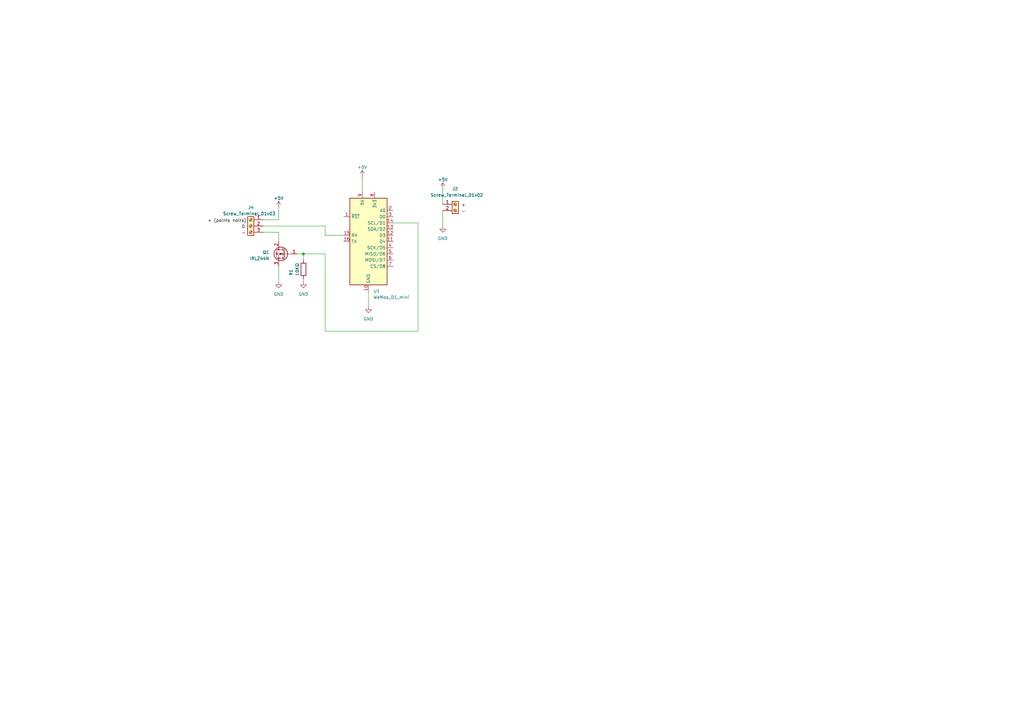
<source format=kicad_sch>
(kicad_sch (version 20230121) (generator eeschema)

  (uuid 9e00edb4-f0f4-46bc-a82d-075ebfd0d3ed)

  (paper "A3")

  (lib_symbols
    (symbol "Connector:Screw_Terminal_01x02" (pin_names (offset 1.016) hide) (in_bom yes) (on_board yes)
      (property "Reference" "J" (at 0 2.54 0)
        (effects (font (size 1.27 1.27)))
      )
      (property "Value" "Screw_Terminal_01x02" (at 0 -5.08 0)
        (effects (font (size 1.27 1.27)))
      )
      (property "Footprint" "" (at 0 0 0)
        (effects (font (size 1.27 1.27)) hide)
      )
      (property "Datasheet" "~" (at 0 0 0)
        (effects (font (size 1.27 1.27)) hide)
      )
      (property "ki_keywords" "screw terminal" (at 0 0 0)
        (effects (font (size 1.27 1.27)) hide)
      )
      (property "ki_description" "Generic screw terminal, single row, 01x02, script generated (kicad-library-utils/schlib/autogen/connector/)" (at 0 0 0)
        (effects (font (size 1.27 1.27)) hide)
      )
      (property "ki_fp_filters" "TerminalBlock*:*" (at 0 0 0)
        (effects (font (size 1.27 1.27)) hide)
      )
      (symbol "Screw_Terminal_01x02_1_1"
        (rectangle (start -1.27 1.27) (end 1.27 -3.81)
          (stroke (width 0.254) (type default))
          (fill (type background))
        )
        (circle (center 0 -2.54) (radius 0.635)
          (stroke (width 0.1524) (type default))
          (fill (type none))
        )
        (polyline
          (pts
            (xy -0.5334 -2.2098)
            (xy 0.3302 -3.048)
          )
          (stroke (width 0.1524) (type default))
          (fill (type none))
        )
        (polyline
          (pts
            (xy -0.5334 0.3302)
            (xy 0.3302 -0.508)
          )
          (stroke (width 0.1524) (type default))
          (fill (type none))
        )
        (polyline
          (pts
            (xy -0.3556 -2.032)
            (xy 0.508 -2.8702)
          )
          (stroke (width 0.1524) (type default))
          (fill (type none))
        )
        (polyline
          (pts
            (xy -0.3556 0.508)
            (xy 0.508 -0.3302)
          )
          (stroke (width 0.1524) (type default))
          (fill (type none))
        )
        (circle (center 0 0) (radius 0.635)
          (stroke (width 0.1524) (type default))
          (fill (type none))
        )
        (pin passive line (at -5.08 0 0) (length 3.81)
          (name "Pin_1" (effects (font (size 1.27 1.27))))
          (number "1" (effects (font (size 1.27 1.27))))
        )
        (pin passive line (at -5.08 -2.54 0) (length 3.81)
          (name "Pin_2" (effects (font (size 1.27 1.27))))
          (number "2" (effects (font (size 1.27 1.27))))
        )
      )
    )
    (symbol "Connector:Screw_Terminal_01x03" (pin_names (offset 1.016) hide) (in_bom yes) (on_board yes)
      (property "Reference" "J" (at 0 5.08 0)
        (effects (font (size 1.27 1.27)))
      )
      (property "Value" "Screw_Terminal_01x03" (at 0 -5.08 0)
        (effects (font (size 1.27 1.27)))
      )
      (property "Footprint" "" (at 0 0 0)
        (effects (font (size 1.27 1.27)) hide)
      )
      (property "Datasheet" "~" (at 0 0 0)
        (effects (font (size 1.27 1.27)) hide)
      )
      (property "ki_keywords" "screw terminal" (at 0 0 0)
        (effects (font (size 1.27 1.27)) hide)
      )
      (property "ki_description" "Generic screw terminal, single row, 01x03, script generated (kicad-library-utils/schlib/autogen/connector/)" (at 0 0 0)
        (effects (font (size 1.27 1.27)) hide)
      )
      (property "ki_fp_filters" "TerminalBlock*:*" (at 0 0 0)
        (effects (font (size 1.27 1.27)) hide)
      )
      (symbol "Screw_Terminal_01x03_1_1"
        (rectangle (start -1.27 3.81) (end 1.27 -3.81)
          (stroke (width 0.254) (type default))
          (fill (type background))
        )
        (circle (center 0 -2.54) (radius 0.635)
          (stroke (width 0.1524) (type default))
          (fill (type none))
        )
        (polyline
          (pts
            (xy -0.5334 -2.2098)
            (xy 0.3302 -3.048)
          )
          (stroke (width 0.1524) (type default))
          (fill (type none))
        )
        (polyline
          (pts
            (xy -0.5334 0.3302)
            (xy 0.3302 -0.508)
          )
          (stroke (width 0.1524) (type default))
          (fill (type none))
        )
        (polyline
          (pts
            (xy -0.5334 2.8702)
            (xy 0.3302 2.032)
          )
          (stroke (width 0.1524) (type default))
          (fill (type none))
        )
        (polyline
          (pts
            (xy -0.3556 -2.032)
            (xy 0.508 -2.8702)
          )
          (stroke (width 0.1524) (type default))
          (fill (type none))
        )
        (polyline
          (pts
            (xy -0.3556 0.508)
            (xy 0.508 -0.3302)
          )
          (stroke (width 0.1524) (type default))
          (fill (type none))
        )
        (polyline
          (pts
            (xy -0.3556 3.048)
            (xy 0.508 2.2098)
          )
          (stroke (width 0.1524) (type default))
          (fill (type none))
        )
        (circle (center 0 0) (radius 0.635)
          (stroke (width 0.1524) (type default))
          (fill (type none))
        )
        (circle (center 0 2.54) (radius 0.635)
          (stroke (width 0.1524) (type default))
          (fill (type none))
        )
        (pin passive line (at -5.08 2.54 0) (length 3.81)
          (name "Pin_1" (effects (font (size 1.27 1.27))))
          (number "1" (effects (font (size 1.27 1.27))))
        )
        (pin passive line (at -5.08 0 0) (length 3.81)
          (name "Pin_2" (effects (font (size 1.27 1.27))))
          (number "2" (effects (font (size 1.27 1.27))))
        )
        (pin passive line (at -5.08 -2.54 0) (length 3.81)
          (name "Pin_3" (effects (font (size 1.27 1.27))))
          (number "3" (effects (font (size 1.27 1.27))))
        )
      )
    )
    (symbol "Device:R" (pin_numbers hide) (pin_names (offset 0)) (in_bom yes) (on_board yes)
      (property "Reference" "R" (at 2.032 0 90)
        (effects (font (size 1.27 1.27)))
      )
      (property "Value" "R" (at 0 0 90)
        (effects (font (size 1.27 1.27)))
      )
      (property "Footprint" "" (at -1.778 0 90)
        (effects (font (size 1.27 1.27)) hide)
      )
      (property "Datasheet" "~" (at 0 0 0)
        (effects (font (size 1.27 1.27)) hide)
      )
      (property "ki_keywords" "R res resistor" (at 0 0 0)
        (effects (font (size 1.27 1.27)) hide)
      )
      (property "ki_description" "Resistor" (at 0 0 0)
        (effects (font (size 1.27 1.27)) hide)
      )
      (property "ki_fp_filters" "R_*" (at 0 0 0)
        (effects (font (size 1.27 1.27)) hide)
      )
      (symbol "R_0_1"
        (rectangle (start -1.016 -2.54) (end 1.016 2.54)
          (stroke (width 0.254) (type default))
          (fill (type none))
        )
      )
      (symbol "R_1_1"
        (pin passive line (at 0 3.81 270) (length 1.27)
          (name "~" (effects (font (size 1.27 1.27))))
          (number "1" (effects (font (size 1.27 1.27))))
        )
        (pin passive line (at 0 -3.81 90) (length 1.27)
          (name "~" (effects (font (size 1.27 1.27))))
          (number "2" (effects (font (size 1.27 1.27))))
        )
      )
    )
    (symbol "MCU_Module:WeMos_D1_mini" (in_bom yes) (on_board yes)
      (property "Reference" "U" (at 3.81 19.05 0)
        (effects (font (size 1.27 1.27)) (justify left))
      )
      (property "Value" "WeMos_D1_mini" (at 1.27 -19.05 0)
        (effects (font (size 1.27 1.27)) (justify left))
      )
      (property "Footprint" "Module:WEMOS_D1_mini_light" (at 0 -29.21 0)
        (effects (font (size 1.27 1.27)) hide)
      )
      (property "Datasheet" "https://wiki.wemos.cc/products:d1:d1_mini#documentation" (at -46.99 -29.21 0)
        (effects (font (size 1.27 1.27)) hide)
      )
      (property "ki_keywords" "ESP8266 WiFi microcontroller ESP8266EX" (at 0 0 0)
        (effects (font (size 1.27 1.27)) hide)
      )
      (property "ki_description" "32-bit microcontroller module with WiFi" (at 0 0 0)
        (effects (font (size 1.27 1.27)) hide)
      )
      (property "ki_fp_filters" "WEMOS*D1*mini*" (at 0 0 0)
        (effects (font (size 1.27 1.27)) hide)
      )
      (symbol "WeMos_D1_mini_1_1"
        (rectangle (start -7.62 17.78) (end 7.62 -17.78)
          (stroke (width 0.254) (type default))
          (fill (type background))
        )
        (pin input line (at -10.16 10.16 0) (length 2.54)
          (name "~{RST}" (effects (font (size 1.27 1.27))))
          (number "1" (effects (font (size 1.27 1.27))))
        )
        (pin power_in line (at 0 -20.32 90) (length 2.54)
          (name "GND" (effects (font (size 1.27 1.27))))
          (number "10" (effects (font (size 1.27 1.27))))
        )
        (pin bidirectional line (at 10.16 0 180) (length 2.54)
          (name "D4" (effects (font (size 1.27 1.27))))
          (number "11" (effects (font (size 1.27 1.27))))
        )
        (pin bidirectional line (at 10.16 2.54 180) (length 2.54)
          (name "D3" (effects (font (size 1.27 1.27))))
          (number "12" (effects (font (size 1.27 1.27))))
        )
        (pin bidirectional line (at 10.16 5.08 180) (length 2.54)
          (name "SDA/D2" (effects (font (size 1.27 1.27))))
          (number "13" (effects (font (size 1.27 1.27))))
        )
        (pin bidirectional line (at 10.16 7.62 180) (length 2.54)
          (name "SCL/D1" (effects (font (size 1.27 1.27))))
          (number "14" (effects (font (size 1.27 1.27))))
        )
        (pin input line (at -10.16 2.54 0) (length 2.54)
          (name "RX" (effects (font (size 1.27 1.27))))
          (number "15" (effects (font (size 1.27 1.27))))
        )
        (pin output line (at -10.16 0 0) (length 2.54)
          (name "TX" (effects (font (size 1.27 1.27))))
          (number "16" (effects (font (size 1.27 1.27))))
        )
        (pin input line (at 10.16 12.7 180) (length 2.54)
          (name "A0" (effects (font (size 1.27 1.27))))
          (number "2" (effects (font (size 1.27 1.27))))
        )
        (pin bidirectional line (at 10.16 10.16 180) (length 2.54)
          (name "D0" (effects (font (size 1.27 1.27))))
          (number "3" (effects (font (size 1.27 1.27))))
        )
        (pin bidirectional line (at 10.16 -2.54 180) (length 2.54)
          (name "SCK/D5" (effects (font (size 1.27 1.27))))
          (number "4" (effects (font (size 1.27 1.27))))
        )
        (pin bidirectional line (at 10.16 -5.08 180) (length 2.54)
          (name "MISO/D6" (effects (font (size 1.27 1.27))))
          (number "5" (effects (font (size 1.27 1.27))))
        )
        (pin bidirectional line (at 10.16 -7.62 180) (length 2.54)
          (name "MOSI/D7" (effects (font (size 1.27 1.27))))
          (number "6" (effects (font (size 1.27 1.27))))
        )
        (pin bidirectional line (at 10.16 -10.16 180) (length 2.54)
          (name "CS/D8" (effects (font (size 1.27 1.27))))
          (number "7" (effects (font (size 1.27 1.27))))
        )
        (pin power_out line (at 2.54 20.32 270) (length 2.54)
          (name "3V3" (effects (font (size 1.27 1.27))))
          (number "8" (effects (font (size 1.27 1.27))))
        )
        (pin power_in line (at -2.54 20.32 270) (length 2.54)
          (name "5V" (effects (font (size 1.27 1.27))))
          (number "9" (effects (font (size 1.27 1.27))))
        )
      )
    )
    (symbol "Transistor_FET:IRLZ44N" (pin_names hide) (in_bom yes) (on_board yes)
      (property "Reference" "Q" (at 6.35 1.905 0)
        (effects (font (size 1.27 1.27)) (justify left))
      )
      (property "Value" "IRLZ44N" (at 6.35 0 0)
        (effects (font (size 1.27 1.27)) (justify left))
      )
      (property "Footprint" "Package_TO_SOT_THT:TO-220-3_Vertical" (at 6.35 -1.905 0)
        (effects (font (size 1.27 1.27) italic) (justify left) hide)
      )
      (property "Datasheet" "http://www.irf.com/product-info/datasheets/data/irlz44n.pdf" (at 0 0 0)
        (effects (font (size 1.27 1.27)) (justify left) hide)
      )
      (property "ki_keywords" "N-Channel HEXFET MOSFET Logic-Level" (at 0 0 0)
        (effects (font (size 1.27 1.27)) hide)
      )
      (property "ki_description" "47A Id, 55V Vds, 22mOhm Rds Single N-Channel HEXFET Power MOSFET, TO-220AB" (at 0 0 0)
        (effects (font (size 1.27 1.27)) hide)
      )
      (property "ki_fp_filters" "TO?220*" (at 0 0 0)
        (effects (font (size 1.27 1.27)) hide)
      )
      (symbol "IRLZ44N_0_1"
        (polyline
          (pts
            (xy 0.254 0)
            (xy -2.54 0)
          )
          (stroke (width 0) (type default))
          (fill (type none))
        )
        (polyline
          (pts
            (xy 0.254 1.905)
            (xy 0.254 -1.905)
          )
          (stroke (width 0.254) (type default))
          (fill (type none))
        )
        (polyline
          (pts
            (xy 0.762 -1.27)
            (xy 0.762 -2.286)
          )
          (stroke (width 0.254) (type default))
          (fill (type none))
        )
        (polyline
          (pts
            (xy 0.762 0.508)
            (xy 0.762 -0.508)
          )
          (stroke (width 0.254) (type default))
          (fill (type none))
        )
        (polyline
          (pts
            (xy 0.762 2.286)
            (xy 0.762 1.27)
          )
          (stroke (width 0.254) (type default))
          (fill (type none))
        )
        (polyline
          (pts
            (xy 2.54 2.54)
            (xy 2.54 1.778)
          )
          (stroke (width 0) (type default))
          (fill (type none))
        )
        (polyline
          (pts
            (xy 2.54 -2.54)
            (xy 2.54 0)
            (xy 0.762 0)
          )
          (stroke (width 0) (type default))
          (fill (type none))
        )
        (polyline
          (pts
            (xy 0.762 -1.778)
            (xy 3.302 -1.778)
            (xy 3.302 1.778)
            (xy 0.762 1.778)
          )
          (stroke (width 0) (type default))
          (fill (type none))
        )
        (polyline
          (pts
            (xy 1.016 0)
            (xy 2.032 0.381)
            (xy 2.032 -0.381)
            (xy 1.016 0)
          )
          (stroke (width 0) (type default))
          (fill (type outline))
        )
        (polyline
          (pts
            (xy 2.794 0.508)
            (xy 2.921 0.381)
            (xy 3.683 0.381)
            (xy 3.81 0.254)
          )
          (stroke (width 0) (type default))
          (fill (type none))
        )
        (polyline
          (pts
            (xy 3.302 0.381)
            (xy 2.921 -0.254)
            (xy 3.683 -0.254)
            (xy 3.302 0.381)
          )
          (stroke (width 0) (type default))
          (fill (type none))
        )
        (circle (center 1.651 0) (radius 2.794)
          (stroke (width 0.254) (type default))
          (fill (type none))
        )
        (circle (center 2.54 -1.778) (radius 0.254)
          (stroke (width 0) (type default))
          (fill (type outline))
        )
        (circle (center 2.54 1.778) (radius 0.254)
          (stroke (width 0) (type default))
          (fill (type outline))
        )
      )
      (symbol "IRLZ44N_1_1"
        (pin input line (at -5.08 0 0) (length 2.54)
          (name "G" (effects (font (size 1.27 1.27))))
          (number "1" (effects (font (size 1.27 1.27))))
        )
        (pin passive line (at 2.54 5.08 270) (length 2.54)
          (name "D" (effects (font (size 1.27 1.27))))
          (number "2" (effects (font (size 1.27 1.27))))
        )
        (pin passive line (at 2.54 -5.08 90) (length 2.54)
          (name "S" (effects (font (size 1.27 1.27))))
          (number "3" (effects (font (size 1.27 1.27))))
        )
      )
    )
    (symbol "power:+5V" (power) (pin_names (offset 0)) (in_bom yes) (on_board yes)
      (property "Reference" "#PWR" (at 0 -3.81 0)
        (effects (font (size 1.27 1.27)) hide)
      )
      (property "Value" "+5V" (at 0 3.556 0)
        (effects (font (size 1.27 1.27)))
      )
      (property "Footprint" "" (at 0 0 0)
        (effects (font (size 1.27 1.27)) hide)
      )
      (property "Datasheet" "" (at 0 0 0)
        (effects (font (size 1.27 1.27)) hide)
      )
      (property "ki_keywords" "global power" (at 0 0 0)
        (effects (font (size 1.27 1.27)) hide)
      )
      (property "ki_description" "Power symbol creates a global label with name \"+5V\"" (at 0 0 0)
        (effects (font (size 1.27 1.27)) hide)
      )
      (symbol "+5V_0_1"
        (polyline
          (pts
            (xy -0.762 1.27)
            (xy 0 2.54)
          )
          (stroke (width 0) (type default))
          (fill (type none))
        )
        (polyline
          (pts
            (xy 0 0)
            (xy 0 2.54)
          )
          (stroke (width 0) (type default))
          (fill (type none))
        )
        (polyline
          (pts
            (xy 0 2.54)
            (xy 0.762 1.27)
          )
          (stroke (width 0) (type default))
          (fill (type none))
        )
      )
      (symbol "+5V_1_1"
        (pin power_in line (at 0 0 90) (length 0) hide
          (name "+5V" (effects (font (size 1.27 1.27))))
          (number "1" (effects (font (size 1.27 1.27))))
        )
      )
    )
    (symbol "power:GND" (power) (pin_names (offset 0)) (in_bom yes) (on_board yes)
      (property "Reference" "#PWR" (at 0 -6.35 0)
        (effects (font (size 1.27 1.27)) hide)
      )
      (property "Value" "GND" (at 0 -3.81 0)
        (effects (font (size 1.27 1.27)))
      )
      (property "Footprint" "" (at 0 0 0)
        (effects (font (size 1.27 1.27)) hide)
      )
      (property "Datasheet" "" (at 0 0 0)
        (effects (font (size 1.27 1.27)) hide)
      )
      (property "ki_keywords" "global power" (at 0 0 0)
        (effects (font (size 1.27 1.27)) hide)
      )
      (property "ki_description" "Power symbol creates a global label with name \"GND\" , ground" (at 0 0 0)
        (effects (font (size 1.27 1.27)) hide)
      )
      (symbol "GND_0_1"
        (polyline
          (pts
            (xy 0 0)
            (xy 0 -1.27)
            (xy 1.27 -1.27)
            (xy 0 -2.54)
            (xy -1.27 -1.27)
            (xy 0 -1.27)
          )
          (stroke (width 0) (type default))
          (fill (type none))
        )
      )
      (symbol "GND_1_1"
        (pin power_in line (at 0 0 270) (length 0) hide
          (name "GND" (effects (font (size 1.27 1.27))))
          (number "1" (effects (font (size 1.27 1.27))))
        )
      )
    )
  )

  (junction (at 124.46 104.14) (diameter 0) (color 0 0 0 0)
    (uuid 65ef70ac-90c7-4c6d-8fa7-062c6cf739b4)
  )

  (wire (pts (xy 171.45 91.44) (xy 171.45 135.89))
    (stroke (width 0) (type default))
    (uuid 085c3432-ffb5-4a1f-b5d3-00ecd1d223ea)
  )
  (wire (pts (xy 181.61 86.36) (xy 181.61 92.71))
    (stroke (width 0) (type default))
    (uuid 0c555112-9a54-4a0e-a2b3-5f0f6c693ec4)
  )
  (wire (pts (xy 114.3 95.25) (xy 114.3 99.06))
    (stroke (width 0) (type default))
    (uuid 22172e23-ae1c-42ab-9055-e7b30e9cad07)
  )
  (wire (pts (xy 133.35 135.89) (xy 133.35 104.14))
    (stroke (width 0) (type default))
    (uuid 285faadf-f517-4fe6-ba1d-27a6c34160c2)
  )
  (wire (pts (xy 133.35 104.14) (xy 124.46 104.14))
    (stroke (width 0) (type default))
    (uuid 3a263e32-2a14-4867-a360-313d4ddf26a5)
  )
  (wire (pts (xy 171.45 135.89) (xy 133.35 135.89))
    (stroke (width 0) (type default))
    (uuid 50cffa9f-072d-435c-8ea7-79a9b37c7c04)
  )
  (wire (pts (xy 151.13 119.38) (xy 151.13 125.73))
    (stroke (width 0) (type default))
    (uuid 594fa6cb-05f2-426c-851a-8c049bd6f377)
  )
  (wire (pts (xy 124.46 114.3) (xy 124.46 115.57))
    (stroke (width 0) (type default))
    (uuid 5bf3c68e-703f-4a3b-bde3-99dc3a94f2cc)
  )
  (wire (pts (xy 148.59 72.39) (xy 148.59 78.74))
    (stroke (width 0) (type default))
    (uuid 6e5bcfce-6ae7-4dad-86b6-52fdaa5ae58f)
  )
  (wire (pts (xy 140.97 96.52) (xy 133.35 96.52))
    (stroke (width 0) (type default))
    (uuid 70ced56b-0d0e-4a69-966b-449194a0f5a6)
  )
  (wire (pts (xy 181.61 77.47) (xy 181.61 83.82))
    (stroke (width 0) (type default))
    (uuid 747400f7-6d87-4091-b793-3d50684cfc93)
  )
  (wire (pts (xy 107.95 90.17) (xy 114.3 90.17))
    (stroke (width 0) (type default))
    (uuid 761fa3c9-6503-40f3-a360-f29596bd91d4)
  )
  (wire (pts (xy 124.46 104.14) (xy 124.46 106.68))
    (stroke (width 0) (type default))
    (uuid 797afef7-bef4-40fc-98e8-60902b327d9e)
  )
  (wire (pts (xy 133.35 96.52) (xy 133.35 92.71))
    (stroke (width 0) (type default))
    (uuid 83603c9f-a49c-4b15-a80f-045fefd7c6f9)
  )
  (wire (pts (xy 107.95 95.25) (xy 114.3 95.25))
    (stroke (width 0) (type default))
    (uuid 8448bed7-9cc4-4538-851b-35f7c43b1de1)
  )
  (wire (pts (xy 133.35 92.71) (xy 107.95 92.71))
    (stroke (width 0) (type default))
    (uuid 8ae11e12-249c-4bb3-a179-010f05aeaeac)
  )
  (wire (pts (xy 114.3 90.17) (xy 114.3 85.09))
    (stroke (width 0) (type default))
    (uuid 96b66c35-f45e-4ffd-9028-d59a8543beca)
  )
  (wire (pts (xy 114.3 109.22) (xy 114.3 115.57))
    (stroke (width 0) (type default))
    (uuid ade97f3d-b3d6-4193-b0d0-25564c89867f)
  )
  (wire (pts (xy 124.46 104.14) (xy 121.92 104.14))
    (stroke (width 0) (type default))
    (uuid b9258f10-8a0d-4791-8ce3-4559cc44423a)
  )
  (wire (pts (xy 161.29 91.44) (xy 171.45 91.44))
    (stroke (width 0) (type default))
    (uuid c3629d6d-515f-465f-b650-74968bde382f)
  )

  (label "+" (at 189.23 85.09 0) (fields_autoplaced)
    (effects (font (size 1.27 1.27)) (justify left bottom))
    (uuid 99399427-2a60-4095-a4a2-8c3d705f9558)
  )
  (label "D" (at 99.06 93.98 0) (fields_autoplaced)
    (effects (font (size 1.27 1.27)) (justify left bottom))
    (uuid b782146a-5cf1-4b46-b9bf-c4e826d98194)
  )
  (label "-" (at 99.06 96.52 0) (fields_autoplaced)
    (effects (font (size 1.27 1.27)) (justify left bottom))
    (uuid caed1fa6-bcd9-46c7-acfd-9b36e32c54d3)
  )
  (label "-" (at 189.23 87.63 0) (fields_autoplaced)
    (effects (font (size 1.27 1.27)) (justify left bottom))
    (uuid d45a5b9f-8dcd-4a1d-a198-1bc34bb655b5)
  )
  (label "+ (points noirs)" (at 85.09 91.44 0) (fields_autoplaced)
    (effects (font (size 1.27 1.27)) (justify left bottom))
    (uuid f8428902-6f0f-4371-8980-2b4c53e7d58f)
  )

  (symbol (lib_id "power:GND") (at 114.3 115.57 0) (unit 1)
    (in_bom yes) (on_board yes) (dnp no) (fields_autoplaced)
    (uuid 14a0a626-0559-4601-9abe-c69519afe93d)
    (property "Reference" "#PWR02" (at 114.3 121.92 0)
      (effects (font (size 1.27 1.27)) hide)
    )
    (property "Value" "GND" (at 114.3 120.65 0)
      (effects (font (size 1.27 1.27)))
    )
    (property "Footprint" "" (at 114.3 115.57 0)
      (effects (font (size 1.27 1.27)) hide)
    )
    (property "Datasheet" "" (at 114.3 115.57 0)
      (effects (font (size 1.27 1.27)) hide)
    )
    (pin "1" (uuid ea0c3805-6e24-4b07-a0a1-4a9fcb7275b0))
    (instances
      (project "fairy-lights"
        (path "/9e00edb4-f0f4-46bc-a82d-075ebfd0d3ed"
          (reference "#PWR02") (unit 1)
        )
      )
    )
  )

  (symbol (lib_id "Transistor_FET:IRLZ44N") (at 116.84 104.14 0) (mirror y) (unit 1)
    (in_bom yes) (on_board yes) (dnp no)
    (uuid 186a9712-2e62-4bff-8754-95d1dfac3872)
    (property "Reference" "Q1" (at 110.49 103.505 0)
      (effects (font (size 1.27 1.27)) (justify left))
    )
    (property "Value" "IRLZ44N" (at 110.49 106.045 0)
      (effects (font (size 1.27 1.27)) (justify left))
    )
    (property "Footprint" "Package_TO_SOT_THT:TO-220-3_Vertical" (at 110.49 106.045 0)
      (effects (font (size 1.27 1.27) italic) (justify left) hide)
    )
    (property "Datasheet" "http://www.irf.com/product-info/datasheets/data/irlz44n.pdf" (at 116.84 104.14 0)
      (effects (font (size 1.27 1.27)) (justify left) hide)
    )
    (pin "1" (uuid 43c44dee-cf7b-41ff-8436-5578f387855e))
    (pin "2" (uuid 316769bf-f12d-4909-b617-daf4657d551d))
    (pin "3" (uuid 8a8ebf39-c129-47ac-acd5-8c14d6794fa6))
    (instances
      (project "fairy-lights"
        (path "/9e00edb4-f0f4-46bc-a82d-075ebfd0d3ed"
          (reference "Q1") (unit 1)
        )
      )
    )
  )

  (symbol (lib_id "power:+5V") (at 114.3 85.09 0) (unit 1)
    (in_bom yes) (on_board yes) (dnp no) (fields_autoplaced)
    (uuid 2a4432a1-138e-431f-854f-4da84e550380)
    (property "Reference" "#PWR01" (at 114.3 88.9 0)
      (effects (font (size 1.27 1.27)) hide)
    )
    (property "Value" "+5V" (at 114.3 81.28 0)
      (effects (font (size 1.27 1.27)))
    )
    (property "Footprint" "" (at 114.3 85.09 0)
      (effects (font (size 1.27 1.27)) hide)
    )
    (property "Datasheet" "" (at 114.3 85.09 0)
      (effects (font (size 1.27 1.27)) hide)
    )
    (pin "1" (uuid 0d965be6-6bf3-4700-b679-c70f1382f0b0))
    (instances
      (project "fairy-lights"
        (path "/9e00edb4-f0f4-46bc-a82d-075ebfd0d3ed"
          (reference "#PWR01") (unit 1)
        )
      )
    )
  )

  (symbol (lib_id "Device:R") (at 124.46 110.49 0) (unit 1)
    (in_bom yes) (on_board yes) (dnp no)
    (uuid 4b1392a9-787b-4537-85b8-332d3d94792d)
    (property "Reference" "R1" (at 119.38 111.76 90)
      (effects (font (size 1.27 1.27)))
    )
    (property "Value" "10KΩ" (at 121.92 110.49 90)
      (effects (font (size 1.27 1.27)))
    )
    (property "Footprint" "Resistor_THT:R_Axial_DIN0207_L6.3mm_D2.5mm_P15.24mm_Horizontal" (at 122.682 110.49 90)
      (effects (font (size 1.27 1.27)) hide)
    )
    (property "Datasheet" "" (at 124.46 110.49 0)
      (effects (font (size 1.27 1.27)) hide)
    )
    (property "LCSC" "" (at 124.46 110.49 90)
      (effects (font (size 1.27 1.27)) hide)
    )
    (pin "1" (uuid cc2e22a2-0481-40fb-bf80-6f8fa1ac2882))
    (pin "2" (uuid b8943503-cddf-430c-8cc2-70dc08a5bb56))
    (instances
      (project "fairy-lights"
        (path "/9e00edb4-f0f4-46bc-a82d-075ebfd0d3ed"
          (reference "R1") (unit 1)
        )
      )
      (project "rgb-garden-box"
        (path "/e63e39d7-6ac0-4ffd-8aa3-1841a4541b55"
          (reference "R11") (unit 1)
        )
      )
    )
  )

  (symbol (lib_id "Connector:Screw_Terminal_01x03") (at 102.87 92.71 0) (mirror y) (unit 1)
    (in_bom yes) (on_board yes) (dnp no)
    (uuid 4dc434f5-098a-4362-8d8f-5583a72ce768)
    (property "Reference" "J4" (at 104.14 85.09 0)
      (effects (font (size 1.27 1.27)) (justify left))
    )
    (property "Value" "Screw_Terminal_01x03" (at 113.03 87.63 0)
      (effects (font (size 1.27 1.27)) (justify left))
    )
    (property "Footprint" "TerminalBlock:TerminalBlock_bornier-3_P5.08mm" (at 102.87 92.71 0)
      (effects (font (size 1.27 1.27)) hide)
    )
    (property "Datasheet" "~" (at 102.87 92.71 0)
      (effects (font (size 1.27 1.27)) hide)
    )
    (pin "1" (uuid 071df52d-37e3-4d19-aa85-2529fd61c2b9))
    (pin "2" (uuid 00458220-8e7f-4d0e-8604-08028973badd))
    (pin "3" (uuid f84cd414-ca28-4439-ac9b-42214c9afa8c))
    (instances
      (project "fairy-lights"
        (path "/9e00edb4-f0f4-46bc-a82d-075ebfd0d3ed"
          (reference "J4") (unit 1)
        )
      )
    )
  )

  (symbol (lib_id "power:+5V") (at 148.59 72.39 0) (unit 1)
    (in_bom yes) (on_board yes) (dnp no) (fields_autoplaced)
    (uuid 68f6f24b-480c-4ec7-9d2e-a3d4cb41bd9f)
    (property "Reference" "#PWR010" (at 148.59 76.2 0)
      (effects (font (size 1.27 1.27)) hide)
    )
    (property "Value" "+5V" (at 148.59 68.58 0)
      (effects (font (size 1.27 1.27)))
    )
    (property "Footprint" "" (at 148.59 72.39 0)
      (effects (font (size 1.27 1.27)) hide)
    )
    (property "Datasheet" "" (at 148.59 72.39 0)
      (effects (font (size 1.27 1.27)) hide)
    )
    (pin "1" (uuid efae5799-c778-4449-9d39-f70eb02674f7))
    (instances
      (project "fairy-lights"
        (path "/9e00edb4-f0f4-46bc-a82d-075ebfd0d3ed"
          (reference "#PWR010") (unit 1)
        )
      )
    )
  )

  (symbol (lib_id "power:+5V") (at 181.61 77.47 0) (unit 1)
    (in_bom yes) (on_board yes) (dnp no) (fields_autoplaced)
    (uuid 947a7eee-9048-4bfd-9347-168d9e84cfec)
    (property "Reference" "#PWR03" (at 181.61 81.28 0)
      (effects (font (size 1.27 1.27)) hide)
    )
    (property "Value" "+5V" (at 181.61 73.66 0)
      (effects (font (size 1.27 1.27)))
    )
    (property "Footprint" "" (at 181.61 77.47 0)
      (effects (font (size 1.27 1.27)) hide)
    )
    (property "Datasheet" "" (at 181.61 77.47 0)
      (effects (font (size 1.27 1.27)) hide)
    )
    (pin "1" (uuid 263dc3ab-9682-4787-91be-cf7dab50aca4))
    (instances
      (project "fairy-lights"
        (path "/9e00edb4-f0f4-46bc-a82d-075ebfd0d3ed"
          (reference "#PWR03") (unit 1)
        )
      )
    )
  )

  (symbol (lib_id "MCU_Module:WeMos_D1_mini") (at 151.13 99.06 0) (unit 1)
    (in_bom yes) (on_board yes) (dnp no) (fields_autoplaced)
    (uuid abd9f013-4b08-46d6-8886-ed484790bf1c)
    (property "Reference" "U1" (at 153.0859 119.38 0)
      (effects (font (size 1.27 1.27)) (justify left))
    )
    (property "Value" "WeMos_D1_mini" (at 153.0859 121.92 0)
      (effects (font (size 1.27 1.27)) (justify left))
    )
    (property "Footprint" "Module:WEMOS_D1_mini_light" (at 151.13 128.27 0)
      (effects (font (size 1.27 1.27)) hide)
    )
    (property "Datasheet" "https://wiki.wemos.cc/products:d1:d1_mini#documentation" (at 104.14 128.27 0)
      (effects (font (size 1.27 1.27)) hide)
    )
    (pin "1" (uuid f6829471-b5b1-4f62-bc0d-536a579660af))
    (pin "10" (uuid fdb441e9-202e-4d43-8024-9a0b4fe8714e))
    (pin "11" (uuid 9bc3eec9-5251-444b-acd0-150d7d95ed9b))
    (pin "12" (uuid acc22375-d993-4dbd-a22b-95e306ee82ba))
    (pin "13" (uuid d64186bc-2757-4914-9968-bd1387f88935))
    (pin "14" (uuid 054c8bd8-f3aa-4ee0-8b20-b844dd0847ec))
    (pin "15" (uuid 0ca0c723-e2fe-48ec-9b51-40966f32acc1))
    (pin "16" (uuid 99aee470-5ad9-4fe4-83e8-6eaa10284f31))
    (pin "2" (uuid d3832e89-24e9-4258-b3a9-17da340f910a))
    (pin "3" (uuid 0e5d0f6c-e2e8-47d2-9679-9f671f0cb7e6))
    (pin "4" (uuid c4b7a401-5df7-4050-b468-1c3a2cae7d67))
    (pin "5" (uuid 0d118da7-82e4-485c-a477-e5285b67026c))
    (pin "6" (uuid 272968cf-12bb-4d4b-b15a-3e4a4fe530fa))
    (pin "7" (uuid 2675cf1a-b5c8-4540-bbb6-6b78898f23b7))
    (pin "8" (uuid 43661f65-bf70-4bff-a6ad-67da43ae9472))
    (pin "9" (uuid 7d7237ed-dc51-459b-88c7-cddf04068b7e))
    (instances
      (project "fairy-lights"
        (path "/9e00edb4-f0f4-46bc-a82d-075ebfd0d3ed"
          (reference "U1") (unit 1)
        )
      )
    )
  )

  (symbol (lib_id "power:GND") (at 124.46 115.57 0) (unit 1)
    (in_bom yes) (on_board yes) (dnp no) (fields_autoplaced)
    (uuid abed08fa-ee84-4a7f-b2f1-a4b4fa152b51)
    (property "Reference" "#PWR05" (at 124.46 121.92 0)
      (effects (font (size 1.27 1.27)) hide)
    )
    (property "Value" "GND" (at 124.46 120.65 0)
      (effects (font (size 1.27 1.27)))
    )
    (property "Footprint" "" (at 124.46 115.57 0)
      (effects (font (size 1.27 1.27)) hide)
    )
    (property "Datasheet" "" (at 124.46 115.57 0)
      (effects (font (size 1.27 1.27)) hide)
    )
    (pin "1" (uuid d3053b2c-224c-405b-ba34-f4e9439c7a22))
    (instances
      (project "fairy-lights"
        (path "/9e00edb4-f0f4-46bc-a82d-075ebfd0d3ed"
          (reference "#PWR05") (unit 1)
        )
      )
    )
  )

  (symbol (lib_id "Connector:Screw_Terminal_01x02") (at 186.69 83.82 0) (unit 1)
    (in_bom yes) (on_board yes) (dnp no)
    (uuid ef989d58-af91-4c3a-8f60-0752883cd629)
    (property "Reference" "J2" (at 185.42 77.47 0)
      (effects (font (size 1.27 1.27)) (justify left))
    )
    (property "Value" "Screw_Terminal_01x02" (at 176.53 80.01 0)
      (effects (font (size 1.27 1.27)) (justify left))
    )
    (property "Footprint" "TerminalBlock:TerminalBlock_bornier-2_P5.08mm" (at 186.69 83.82 0)
      (effects (font (size 1.27 1.27)) hide)
    )
    (property "Datasheet" "~" (at 186.69 83.82 0)
      (effects (font (size 1.27 1.27)) hide)
    )
    (pin "1" (uuid 17543eb9-7970-4c93-a3c0-4f3440e07b5e))
    (pin "2" (uuid 90bfd469-b198-4b25-8f03-dd34f30b01af))
    (instances
      (project "fairy-lights"
        (path "/9e00edb4-f0f4-46bc-a82d-075ebfd0d3ed"
          (reference "J2") (unit 1)
        )
      )
    )
  )

  (symbol (lib_id "power:GND") (at 151.13 125.73 0) (unit 1)
    (in_bom yes) (on_board yes) (dnp no) (fields_autoplaced)
    (uuid fa8c40f1-8ac1-408e-9fe9-79d435180d02)
    (property "Reference" "#PWR011" (at 151.13 132.08 0)
      (effects (font (size 1.27 1.27)) hide)
    )
    (property "Value" "GND" (at 151.13 130.81 0)
      (effects (font (size 1.27 1.27)))
    )
    (property "Footprint" "" (at 151.13 125.73 0)
      (effects (font (size 1.27 1.27)) hide)
    )
    (property "Datasheet" "" (at 151.13 125.73 0)
      (effects (font (size 1.27 1.27)) hide)
    )
    (pin "1" (uuid 36f24e0d-4b96-45a2-913b-f2449be060bd))
    (instances
      (project "fairy-lights"
        (path "/9e00edb4-f0f4-46bc-a82d-075ebfd0d3ed"
          (reference "#PWR011") (unit 1)
        )
      )
    )
  )

  (symbol (lib_id "power:GND") (at 181.61 92.71 0) (unit 1)
    (in_bom yes) (on_board yes) (dnp no) (fields_autoplaced)
    (uuid fe4c4be1-3fa3-4164-a58a-3b1e7522f378)
    (property "Reference" "#PWR04" (at 181.61 99.06 0)
      (effects (font (size 1.27 1.27)) hide)
    )
    (property "Value" "GND" (at 181.61 97.79 0)
      (effects (font (size 1.27 1.27)))
    )
    (property "Footprint" "" (at 181.61 92.71 0)
      (effects (font (size 1.27 1.27)) hide)
    )
    (property "Datasheet" "" (at 181.61 92.71 0)
      (effects (font (size 1.27 1.27)) hide)
    )
    (pin "1" (uuid b73053fc-a6ba-45c9-83a0-5ec3f1d306a9))
    (instances
      (project "fairy-lights"
        (path "/9e00edb4-f0f4-46bc-a82d-075ebfd0d3ed"
          (reference "#PWR04") (unit 1)
        )
      )
    )
  )

  (sheet_instances
    (path "/" (page "1"))
  )
)

</source>
